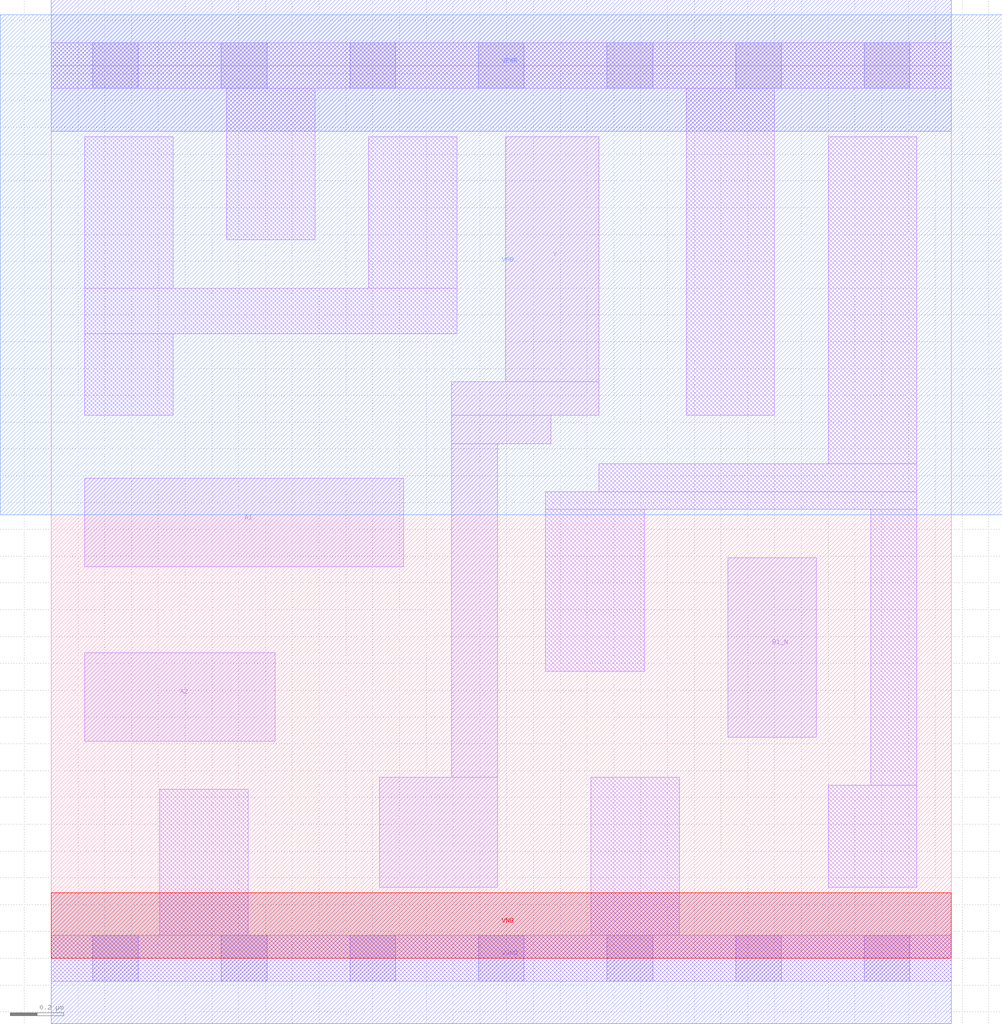
<source format=lef>
# Copyright 2020 The SkyWater PDK Authors
#
# Licensed under the Apache License, Version 2.0 (the "License");
# you may not use this file except in compliance with the License.
# You may obtain a copy of the License at
#
#     https://www.apache.org/licenses/LICENSE-2.0
#
# Unless required by applicable law or agreed to in writing, software
# distributed under the License is distributed on an "AS IS" BASIS,
# WITHOUT WARRANTIES OR CONDITIONS OF ANY KIND, either express or implied.
# See the License for the specific language governing permissions and
# limitations under the License.
#
# SPDX-License-Identifier: Apache-2.0

VERSION 5.7 ;
  NOWIREEXTENSIONATPIN ON ;
  DIVIDERCHAR "/" ;
  BUSBITCHARS "[]" ;
MACRO sky130_fd_sc_lp__a21boi_lp
  CLASS CORE ;
  FOREIGN sky130_fd_sc_lp__a21boi_lp ;
  ORIGIN  0.000000  0.000000 ;
  SIZE  3.360000 BY  3.330000 ;
  SYMMETRY X Y R90 ;
  SITE unit ;
  PIN A1
    ANTENNAGATEAREA  0.313000 ;
    DIRECTION INPUT ;
    USE SIGNAL ;
    PORT
      LAYER li1 ;
        RECT 0.125000 1.460000 1.315000 1.790000 ;
    END
  END A1
  PIN A2
    ANTENNAGATEAREA  0.313000 ;
    DIRECTION INPUT ;
    USE SIGNAL ;
    PORT
      LAYER li1 ;
        RECT 0.125000 0.810000 0.835000 1.140000 ;
    END
  END A2
  PIN B1_N
    ANTENNAGATEAREA  0.376000 ;
    DIRECTION INPUT ;
    USE SIGNAL ;
    PORT
      LAYER li1 ;
        RECT 2.525000 0.825000 2.855000 1.495000 ;
    END
  END B1_N
  PIN Y
    ANTENNADIFFAREA  0.402600 ;
    DIRECTION OUTPUT ;
    USE SIGNAL ;
    PORT
      LAYER li1 ;
        RECT 1.225000 0.265000 1.665000 0.675000 ;
        RECT 1.495000 0.675000 1.665000 1.920000 ;
        RECT 1.495000 1.920000 1.865000 2.025000 ;
        RECT 1.495000 2.025000 2.045000 2.150000 ;
        RECT 1.695000 2.150000 2.045000 3.065000 ;
    END
  END Y
  PIN VGND
    DIRECTION INOUT ;
    USE GROUND ;
    PORT
      LAYER met1 ;
        RECT 0.000000 -0.245000 3.360000 0.245000 ;
    END
  END VGND
  PIN VNB
    DIRECTION INOUT ;
    USE GROUND ;
    PORT
      LAYER pwell ;
        RECT 0.000000 0.000000 3.360000 0.245000 ;
    END
  END VNB
  PIN VPB
    DIRECTION INOUT ;
    USE POWER ;
    PORT
      LAYER nwell ;
        RECT -0.190000 1.655000 3.550000 3.520000 ;
    END
  END VPB
  PIN VPWR
    DIRECTION INOUT ;
    USE POWER ;
    PORT
      LAYER met1 ;
        RECT 0.000000 3.085000 3.360000 3.575000 ;
    END
  END VPWR
  OBS
    LAYER li1 ;
      RECT 0.000000 -0.085000 3.360000 0.085000 ;
      RECT 0.000000  3.245000 3.360000 3.415000 ;
      RECT 0.125000  2.025000 0.455000 2.330000 ;
      RECT 0.125000  2.330000 1.515000 2.500000 ;
      RECT 0.125000  2.500000 0.455000 3.065000 ;
      RECT 0.405000  0.085000 0.735000 0.630000 ;
      RECT 0.655000  2.680000 0.985000 3.245000 ;
      RECT 1.185000  2.500000 1.515000 3.065000 ;
      RECT 1.845000  1.070000 2.215000 1.675000 ;
      RECT 1.845000  1.675000 3.230000 1.740000 ;
      RECT 2.015000  0.085000 2.345000 0.675000 ;
      RECT 2.045000  1.740000 3.230000 1.845000 ;
      RECT 2.370000  2.025000 2.700000 3.245000 ;
      RECT 2.900000  0.265000 3.230000 0.645000 ;
      RECT 2.900000  1.845000 3.230000 3.065000 ;
      RECT 3.060000  0.645000 3.230000 1.675000 ;
    LAYER mcon ;
      RECT 0.155000 -0.085000 0.325000 0.085000 ;
      RECT 0.155000  3.245000 0.325000 3.415000 ;
      RECT 0.635000 -0.085000 0.805000 0.085000 ;
      RECT 0.635000  3.245000 0.805000 3.415000 ;
      RECT 1.115000 -0.085000 1.285000 0.085000 ;
      RECT 1.115000  3.245000 1.285000 3.415000 ;
      RECT 1.595000 -0.085000 1.765000 0.085000 ;
      RECT 1.595000  3.245000 1.765000 3.415000 ;
      RECT 2.075000 -0.085000 2.245000 0.085000 ;
      RECT 2.075000  3.245000 2.245000 3.415000 ;
      RECT 2.555000 -0.085000 2.725000 0.085000 ;
      RECT 2.555000  3.245000 2.725000 3.415000 ;
      RECT 3.035000 -0.085000 3.205000 0.085000 ;
      RECT 3.035000  3.245000 3.205000 3.415000 ;
  END
END sky130_fd_sc_lp__a21boi_lp
END LIBRARY

</source>
